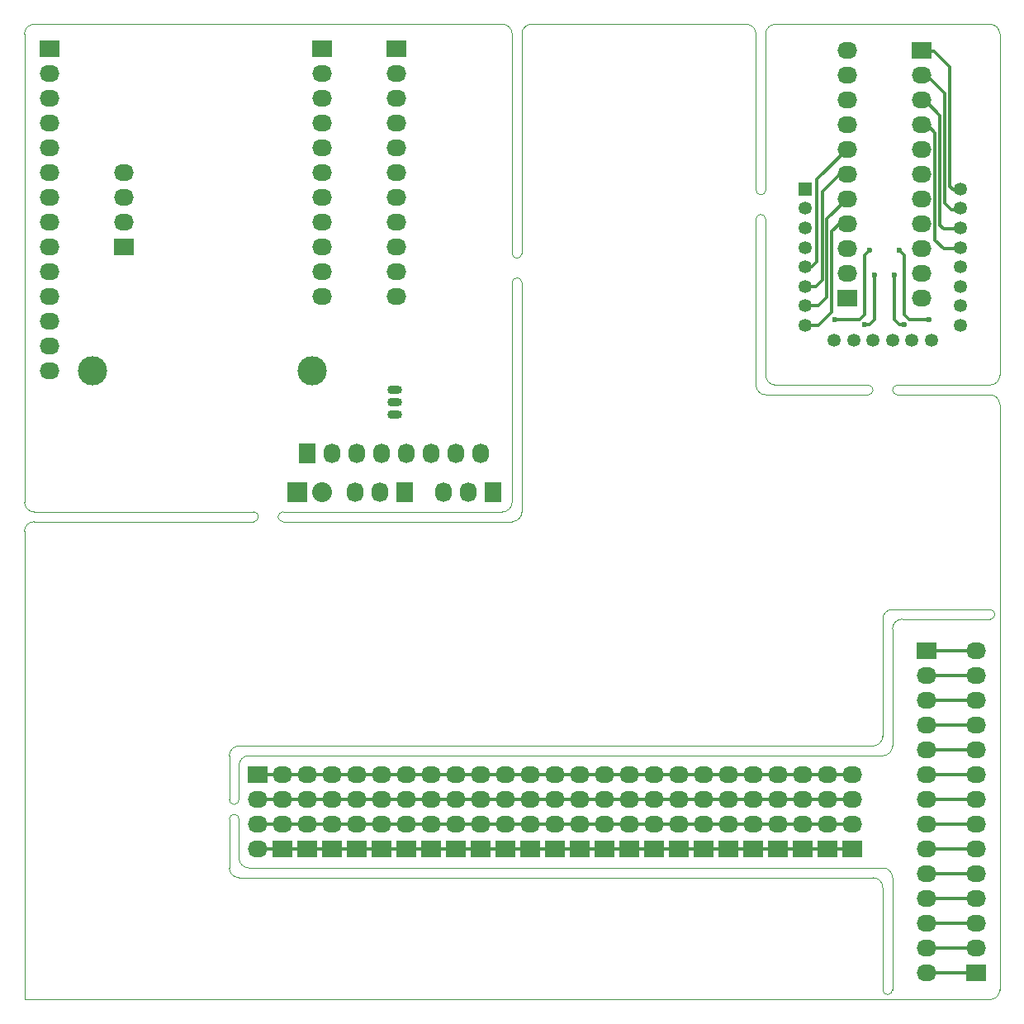
<source format=gbl>
G04 #@! TF.FileFunction,Copper,L2,Bot,Signal*
%FSLAX46Y46*%
G04 Gerber Fmt 4.6, Leading zero omitted, Abs format (unit mm)*
G04 Created by KiCad (PCBNEW 4.0.2+dfsg1-stable) date Thu 29 Sep 2016 01:56:18 PM PDT*
%MOMM*%
G01*
G04 APERTURE LIST*
%ADD10C,0.100000*%
%ADD11C,0.010000*%
%ADD12R,2.032000X1.727200*%
%ADD13O,2.032000X1.727200*%
%ADD14R,1.727200X2.032000*%
%ADD15O,1.727200X2.032000*%
%ADD16C,1.350000*%
%ADD17R,1.350000X1.350000*%
%ADD18R,2.032000X2.032000*%
%ADD19O,2.032000X2.032000*%
%ADD20C,3.000000*%
%ADD21O,1.501140X0.899160*%
%ADD22C,0.600000*%
%ADD23C,0.300000*%
G04 APERTURE END LIST*
D10*
D11*
X0Y-49000000D02*
G75*
G03X1000000Y-50000000I1000000J0D01*
G01*
X1000000Y-51000000D02*
G75*
G03X0Y-52000000I0J-1000000D01*
G01*
X24000000Y-50500000D02*
G75*
G03X23500000Y-50000000I-500000J0D01*
G01*
X23500000Y-51000000D02*
G75*
G03X24000000Y-50500000I0J500000D01*
G01*
X26000000Y-50500000D02*
G75*
G03X26500000Y-51000000I500000J0D01*
G01*
X26500000Y-50000000D02*
G75*
G03X26000000Y-50500000I0J-500000D01*
G01*
X49000000Y-50000000D02*
G75*
G03X50000000Y-49000000I0J1000000D01*
G01*
X50000000Y-51000000D02*
G75*
G03X51000000Y-50000000I0J1000000D01*
G01*
X1000000Y0D02*
G75*
G03X0Y-1000000I0J-1000000D01*
G01*
X52000000Y0D02*
G75*
G03X51000000Y-1000000I0J-1000000D01*
G01*
X50000000Y-1000000D02*
G75*
G03X49000000Y0I-1000000J0D01*
G01*
X51000000Y-26500000D02*
G75*
G03X50500000Y-26000000I-500000J0D01*
G01*
X50500000Y-26000000D02*
G75*
G03X50000000Y-26500000I0J-500000D01*
G01*
X50500000Y-24000000D02*
G75*
G03X51000000Y-23500000I0J500000D01*
G01*
X50000000Y-23500000D02*
G75*
G03X50500000Y-24000000I500000J0D01*
G01*
X77000000Y0D02*
G75*
G03X76000000Y-1000000I0J-1000000D01*
G01*
X75000000Y-1000000D02*
G75*
G03X74000000Y0I-1000000J0D01*
G01*
X76000000Y-20000000D02*
G75*
G03X75500000Y-19500000I-500000J0D01*
G01*
X75500000Y-19500000D02*
G75*
G03X75000000Y-20000000I0J-500000D01*
G01*
X75500000Y-17500000D02*
G75*
G03X76000000Y-17000000I0J500000D01*
G01*
X75000000Y-17000000D02*
G75*
G03X75500000Y-17500000I500000J0D01*
G01*
X75000000Y-37000000D02*
G75*
G03X76000000Y-38000000I1000000J0D01*
G01*
X76000000Y-36000000D02*
G75*
G03X77000000Y-37000000I1000000J0D01*
G01*
X89000000Y-37500000D02*
G75*
G03X89500000Y-38000000I500000J0D01*
G01*
X89500000Y-37000000D02*
G75*
G03X89000000Y-37500000I0J-500000D01*
G01*
X86500000Y-38000000D02*
G75*
G03X87000000Y-37500000I0J500000D01*
G01*
X87000000Y-37500000D02*
G75*
G03X86500000Y-37000000I-500000J0D01*
G01*
X100000000Y-39000000D02*
G75*
G03X99000000Y-38000000I-1000000J0D01*
G01*
X99000000Y-37000000D02*
G75*
G03X100000000Y-36000000I0J1000000D01*
G01*
X100000000Y-1000000D02*
G75*
G03X99000000Y0I-1000000J0D01*
G01*
X99000000Y-100000000D02*
G75*
G03X100000000Y-99000000I0J1000000D01*
G01*
X99000000Y-61000000D02*
G75*
G03X99500000Y-60500000I0J500000D01*
G01*
X99500000Y-60500000D02*
G75*
G03X99000000Y-60000000I-500000J0D01*
G01*
X89000000Y-60000000D02*
G75*
G03X88000000Y-61000000I0J-1000000D01*
G01*
X90000000Y-61000000D02*
G75*
G03X89000000Y-62000000I0J-1000000D01*
G01*
X88000000Y-75000000D02*
G75*
G03X89000000Y-74000000I0J1000000D01*
G01*
X87000000Y-74000000D02*
G75*
G03X88000000Y-73000000I0J1000000D01*
G01*
X22000000Y-74000000D02*
G75*
G03X21000000Y-75000000I0J-1000000D01*
G01*
X23000000Y-75000000D02*
G75*
G03X22000000Y-76000000I0J-1000000D01*
G01*
X21500000Y-80000000D02*
G75*
G03X22000000Y-79500000I0J500000D01*
G01*
X21000000Y-79500000D02*
G75*
G03X21500000Y-80000000I500000J0D01*
G01*
X21500000Y-81000000D02*
G75*
G03X21000000Y-81500000I0J-500000D01*
G01*
X22000000Y-81500000D02*
G75*
G03X21500000Y-81000000I-500000J0D01*
G01*
X21000000Y-86500000D02*
G75*
G03X22000000Y-87500000I1000000J0D01*
G01*
X22000000Y-85500000D02*
G75*
G03X23000000Y-86500000I1000000J0D01*
G01*
X89000000Y-87500000D02*
G75*
G03X88000000Y-86500000I-1000000J0D01*
G01*
X88000000Y-88500000D02*
G75*
G03X87000000Y-87500000I-1000000J0D01*
G01*
X88500000Y-99500000D02*
G75*
G03X89000000Y-99000000I0J500000D01*
G01*
X88000000Y-99000000D02*
G75*
G03X88500000Y-99500000I500000J0D01*
G01*
X50000000Y-23500000D02*
X50000000Y-1000000D01*
X1000000Y-50000000D02*
X23500000Y-50000000D01*
X23500000Y-51000000D02*
X1000000Y-51000000D01*
X26500000Y-50000000D02*
X49000000Y-50000000D01*
X50000000Y-51000000D02*
X26500000Y-51000000D01*
X51000000Y-50000000D02*
X51000000Y-26500000D01*
X50000000Y-26500000D02*
X50000000Y-49000000D01*
X51000000Y-23500000D02*
X51000000Y-1000000D01*
X1000000Y0D02*
X49000000Y0D01*
X0Y-49000000D02*
X0Y-1000000D01*
X0Y-100000000D02*
X0Y-52000000D01*
X52000000Y0D02*
X74000000Y0D01*
X76000000Y-36000000D02*
X76000000Y-20000000D01*
X75000000Y-20000000D02*
X75000000Y-37000000D01*
X76000000Y-1000000D02*
X76000000Y-17000000D01*
X75000000Y-17000000D02*
X75000000Y-1000000D01*
X100000000Y-39000000D02*
X100000000Y-99000000D01*
X99000000Y0D02*
X77000000Y0D01*
X100000000Y-36000000D02*
X100000000Y-1000000D01*
X76000000Y-38000000D02*
X86500000Y-38000000D01*
X86500000Y-37000000D02*
X77000000Y-37000000D01*
X89500000Y-38000000D02*
X99000000Y-38000000D01*
X99000000Y-37000000D02*
X89500000Y-37000000D01*
X99000000Y-100000000D02*
X0Y-100000000D01*
X90000000Y-61000000D02*
X99000000Y-61000000D01*
X99000000Y-60000000D02*
X89000000Y-60000000D01*
X88000000Y-88500000D02*
X88000000Y-99000000D01*
X89000000Y-99000000D02*
X89000000Y-87500000D01*
X22000000Y-87500000D02*
X87000000Y-87500000D01*
X22000000Y-85500000D02*
X22000000Y-81500000D01*
X88000000Y-86500000D02*
X23000000Y-86500000D01*
X21000000Y-81500000D02*
X21000000Y-86500000D01*
X22000000Y-79500000D02*
X22000000Y-76000000D01*
X21000000Y-75000000D02*
X21000000Y-79500000D01*
X22000000Y-74000000D02*
X87000000Y-74000000D01*
X88000000Y-75000000D02*
X23000000Y-75000000D01*
X89000000Y-62000000D02*
X89000000Y-74000000D01*
X88000000Y-61000000D02*
X88000000Y-73000000D01*
D12*
X84836000Y-84582000D03*
D13*
X84836000Y-82042000D03*
X84836000Y-79502000D03*
X84836000Y-76962000D03*
D12*
X82296000Y-84582000D03*
D13*
X82296000Y-82042000D03*
X82296000Y-79502000D03*
X82296000Y-76962000D03*
D12*
X79756000Y-84582000D03*
D13*
X79756000Y-82042000D03*
X79756000Y-79502000D03*
X79756000Y-76962000D03*
D12*
X77216000Y-84582000D03*
D13*
X77216000Y-82042000D03*
X77216000Y-79502000D03*
X77216000Y-76962000D03*
D12*
X74676000Y-84582000D03*
D13*
X74676000Y-82042000D03*
X74676000Y-79502000D03*
X74676000Y-76962000D03*
D12*
X72136000Y-84582000D03*
D13*
X72136000Y-82042000D03*
X72136000Y-79502000D03*
X72136000Y-76962000D03*
D12*
X69596000Y-84582000D03*
D13*
X69596000Y-82042000D03*
X69596000Y-79502000D03*
X69596000Y-76962000D03*
D12*
X67056000Y-84582000D03*
D13*
X67056000Y-82042000D03*
X67056000Y-79502000D03*
X67056000Y-76962000D03*
D12*
X64516000Y-84582000D03*
D13*
X64516000Y-82042000D03*
X64516000Y-79502000D03*
X64516000Y-76962000D03*
D12*
X61976000Y-84582000D03*
D13*
X61976000Y-82042000D03*
X61976000Y-79502000D03*
X61976000Y-76962000D03*
D12*
X59436000Y-84582000D03*
D13*
X59436000Y-82042000D03*
X59436000Y-79502000D03*
X59436000Y-76962000D03*
D12*
X56896000Y-84582000D03*
D13*
X56896000Y-82042000D03*
X56896000Y-79502000D03*
X56896000Y-76962000D03*
D12*
X54356000Y-84582000D03*
D13*
X54356000Y-82042000D03*
X54356000Y-79502000D03*
X54356000Y-76962000D03*
D12*
X51816000Y-84582000D03*
D13*
X51816000Y-82042000D03*
X51816000Y-79502000D03*
X51816000Y-76962000D03*
D12*
X49276000Y-84582000D03*
D13*
X49276000Y-82042000D03*
X49276000Y-79502000D03*
X49276000Y-76962000D03*
D12*
X46736000Y-84582000D03*
D13*
X46736000Y-82042000D03*
X46736000Y-79502000D03*
X46736000Y-76962000D03*
D12*
X44196000Y-84582000D03*
D13*
X44196000Y-82042000D03*
X44196000Y-79502000D03*
X44196000Y-76962000D03*
D12*
X41656000Y-84582000D03*
D13*
X41656000Y-82042000D03*
X41656000Y-79502000D03*
X41656000Y-76962000D03*
D12*
X39116000Y-84582000D03*
D13*
X39116000Y-82042000D03*
X39116000Y-79502000D03*
X39116000Y-76962000D03*
D12*
X36576000Y-84582000D03*
D13*
X36576000Y-82042000D03*
X36576000Y-79502000D03*
X36576000Y-76962000D03*
D12*
X34036000Y-84582000D03*
D13*
X34036000Y-82042000D03*
X34036000Y-79502000D03*
X34036000Y-76962000D03*
D12*
X31496000Y-84582000D03*
D13*
X31496000Y-82042000D03*
X31496000Y-79502000D03*
X31496000Y-76962000D03*
D12*
X28956000Y-84582000D03*
D13*
X28956000Y-82042000D03*
X28956000Y-79502000D03*
X28956000Y-76962000D03*
D14*
X48000000Y-48000000D03*
D15*
X45460000Y-48000000D03*
X42920000Y-48000000D03*
D16*
X93002000Y-32384000D03*
X83002000Y-32384000D03*
X85002000Y-32384000D03*
X87002000Y-32384000D03*
X89002000Y-32384000D03*
X91002000Y-32384000D03*
X96002000Y-30884000D03*
X96002000Y-28884000D03*
X96002000Y-26884000D03*
X96002000Y-24884000D03*
X96002000Y-22884000D03*
X96002000Y-20884000D03*
X96002000Y-18884000D03*
X96002000Y-16884000D03*
D17*
X80002000Y-16884000D03*
D16*
X80002000Y-18884000D03*
X80002000Y-20884000D03*
X80002000Y-22884000D03*
X80002000Y-24884000D03*
X80002000Y-26884000D03*
X80002000Y-28884000D03*
X80002000Y-30884000D03*
D18*
X28000000Y-48000000D03*
D19*
X30540000Y-48000000D03*
D14*
X39000000Y-48000000D03*
D15*
X36460000Y-48000000D03*
X33920000Y-48000000D03*
D12*
X84320000Y-28060000D03*
D13*
X84320000Y-25520000D03*
X84320000Y-22980000D03*
X84320000Y-20440000D03*
X84320000Y-17900000D03*
X84320000Y-15360000D03*
X84320000Y-12820000D03*
X84320000Y-10280000D03*
X84320000Y-7740000D03*
X84320000Y-5200000D03*
X84320000Y-2660000D03*
D12*
X91940000Y-2660000D03*
D13*
X91940000Y-5200000D03*
X91940000Y-7740000D03*
X91940000Y-10280000D03*
X91940000Y-12820000D03*
X91940000Y-15360000D03*
X91940000Y-17900000D03*
X91940000Y-20440000D03*
X91940000Y-22980000D03*
X91940000Y-25520000D03*
X91940000Y-28060000D03*
D12*
X2540000Y-2540000D03*
D13*
X2540000Y-5080000D03*
X2540000Y-7620000D03*
X2540000Y-10160000D03*
X2540000Y-12700000D03*
X2540000Y-15240000D03*
X2540000Y-17780000D03*
X2540000Y-20320000D03*
X2540000Y-22860000D03*
X2540000Y-25400000D03*
X2540000Y-27940000D03*
X2540000Y-30480000D03*
X2540000Y-33020000D03*
X2540000Y-35560000D03*
D12*
X10160000Y-22860000D03*
D13*
X10160000Y-20320000D03*
X10160000Y-17780000D03*
X10160000Y-15240000D03*
D14*
X29000000Y-44000000D03*
D15*
X31540000Y-44000000D03*
X34080000Y-44000000D03*
X36620000Y-44000000D03*
X39160000Y-44000000D03*
X41700000Y-44000000D03*
X44240000Y-44000000D03*
X46780000Y-44000000D03*
D12*
X30480000Y-2540000D03*
D13*
X30480000Y-5080000D03*
X30480000Y-7620000D03*
X30480000Y-10160000D03*
X30480000Y-12700000D03*
X30480000Y-15240000D03*
X30480000Y-17780000D03*
X30480000Y-20320000D03*
X30480000Y-22860000D03*
X30480000Y-25400000D03*
X30480000Y-27940000D03*
D12*
X38100000Y-2540000D03*
D13*
X38100000Y-5080000D03*
X38100000Y-7620000D03*
X38100000Y-10160000D03*
X38100000Y-12700000D03*
X38100000Y-15240000D03*
X38100000Y-17780000D03*
X38100000Y-20320000D03*
X38100000Y-22860000D03*
X38100000Y-25400000D03*
X38100000Y-27940000D03*
D12*
X97536000Y-97282000D03*
D13*
X97536000Y-94742000D03*
X97536000Y-92202000D03*
X97536000Y-89662000D03*
X97536000Y-87122000D03*
X97536000Y-84582000D03*
X97536000Y-82042000D03*
X97536000Y-79502000D03*
X97536000Y-76962000D03*
X97536000Y-74422000D03*
X97536000Y-71882000D03*
X97536000Y-69342000D03*
X97536000Y-66802000D03*
X97536000Y-64262000D03*
D12*
X23876000Y-76962000D03*
D13*
X23876000Y-79502000D03*
X23876000Y-82042000D03*
X23876000Y-84582000D03*
D12*
X92456000Y-64262000D03*
D13*
X92456000Y-66802000D03*
X92456000Y-69342000D03*
X92456000Y-71882000D03*
X92456000Y-74422000D03*
X92456000Y-76962000D03*
X92456000Y-79502000D03*
X92456000Y-82042000D03*
X92456000Y-84582000D03*
X92456000Y-87122000D03*
X92456000Y-89662000D03*
X92456000Y-92202000D03*
X92456000Y-94742000D03*
X92456000Y-97282000D03*
D12*
X26416000Y-84582000D03*
D13*
X26416000Y-82042000D03*
X26416000Y-79502000D03*
X26416000Y-76962000D03*
D20*
X7000000Y-35500000D03*
X29500000Y-35500000D03*
D21*
X38000000Y-38730000D03*
X38000000Y-37460000D03*
X38000000Y-40000000D03*
D22*
X87118000Y-25746000D03*
X86102000Y-30826000D03*
X86610000Y-23206000D03*
X83054000Y-30318000D03*
X92706000Y-30318000D03*
X89658000Y-23206000D03*
X90166000Y-30826000D03*
X89150000Y-25746000D03*
D23*
X87118000Y-25746000D02*
X87118000Y-30318000D01*
X87118000Y-30318000D02*
X86610000Y-30826000D01*
X86610000Y-30826000D02*
X86102000Y-30826000D01*
X86610000Y-23206000D02*
X86102000Y-23714000D01*
X86102000Y-23714000D02*
X86102000Y-29810000D01*
X86102000Y-29810000D02*
X85594000Y-30318000D01*
X85594000Y-30318000D02*
X83054000Y-30318000D01*
X84320000Y-20440000D02*
X83560000Y-20440000D01*
X83560000Y-20440000D02*
X82750000Y-21250000D01*
X81366000Y-30884000D02*
X80002000Y-30884000D01*
X82750000Y-29500000D02*
X81366000Y-30884000D01*
X82750000Y-21250000D02*
X82750000Y-29500000D01*
X84320000Y-20440000D02*
X83788000Y-20440000D01*
X82250000Y-19970000D02*
X84320000Y-17900000D01*
X82250000Y-28000000D02*
X82250000Y-19970000D01*
X81366000Y-28884000D02*
X82250000Y-28000000D01*
X80002000Y-28884000D02*
X81366000Y-28884000D01*
X84320000Y-15360000D02*
X83640000Y-15360000D01*
X83640000Y-15360000D02*
X81799998Y-17200002D01*
X81799998Y-17200002D02*
X81799998Y-26200002D01*
X81799998Y-26200002D02*
X81116000Y-26884000D01*
X81116000Y-26884000D02*
X80002000Y-26884000D01*
X80002000Y-24884000D02*
X80715996Y-24884000D01*
X81250000Y-15890000D02*
X84320000Y-12820000D01*
X81250000Y-24349996D02*
X81250000Y-15890000D01*
X80715996Y-24884000D02*
X81250000Y-24349996D01*
X93285000Y-2785000D02*
X94875000Y-4375000D01*
X91805000Y-2785000D02*
X93285000Y-2785000D01*
X95259000Y-17009000D02*
X96123000Y-17009000D01*
X94875000Y-16625000D02*
X95259000Y-17009000D01*
X94875000Y-4375000D02*
X94875000Y-16625000D01*
X92575000Y-5325000D02*
X94325002Y-7075002D01*
X95009000Y-19009000D02*
X96123000Y-19009000D01*
X94325002Y-7075002D02*
X94325002Y-18325002D01*
X94325002Y-18325002D02*
X95009000Y-19009000D01*
X91805000Y-5325000D02*
X92575000Y-5325000D01*
X93875000Y-20625000D02*
X94259000Y-21009000D01*
X94259000Y-21009000D02*
X96123000Y-21009000D01*
X92365000Y-7865000D02*
X93875000Y-9375000D01*
X93875000Y-9375000D02*
X93875000Y-20625000D01*
X91805000Y-7865000D02*
X92365000Y-7865000D01*
X94259000Y-23009000D02*
X96123000Y-23009000D01*
X93375000Y-22125000D02*
X94259000Y-23009000D01*
X92655000Y-10405000D02*
X93375000Y-11125000D01*
X91805000Y-10405000D02*
X92655000Y-10405000D01*
X93375000Y-11125000D02*
X93375000Y-22125000D01*
X90674000Y-30318000D02*
X92706000Y-30318000D01*
X90166000Y-29810000D02*
X90674000Y-30318000D01*
X90166000Y-23714000D02*
X90166000Y-29810000D01*
X89658000Y-23206000D02*
X90166000Y-23714000D01*
X89658000Y-30826000D02*
X90166000Y-30826000D01*
X89150000Y-30318000D02*
X89658000Y-30826000D01*
X89150000Y-25746000D02*
X89150000Y-30318000D01*
X97536000Y-97282000D02*
X92456000Y-97282000D01*
X92456000Y-94742000D02*
X97536000Y-94742000D01*
X97536000Y-92202000D02*
X92456000Y-92202000D01*
X92456000Y-89662000D02*
X97536000Y-89662000D01*
X97536000Y-87122000D02*
X92456000Y-87122000D01*
X92456000Y-84582000D02*
X97536000Y-84582000D01*
X97536000Y-82042000D02*
X92456000Y-82042000D01*
X92456000Y-79502000D02*
X97536000Y-79502000D01*
X97536000Y-76962000D02*
X92456000Y-76962000D01*
X92456000Y-74422000D02*
X97536000Y-74422000D01*
X97536000Y-71882000D02*
X92456000Y-71882000D01*
X92456000Y-69342000D02*
X97536000Y-69342000D01*
X97536000Y-66802000D02*
X92456000Y-66802000D01*
X92456000Y-64262000D02*
X97536000Y-64262000D01*
X84836000Y-84582000D02*
X23876000Y-84582000D01*
X23876000Y-82042000D02*
X84836000Y-82042000D01*
X84836000Y-79502000D02*
X23876000Y-79502000D01*
X23876000Y-76962000D02*
X84836000Y-76962000D01*
M02*

</source>
